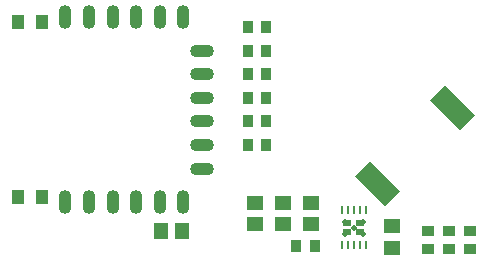
<source format=gtp>
G04 #@! TF.FileFunction,Paste,Top*
%FSLAX46Y46*%
G04 Gerber Fmt 4.6, Leading zero omitted, Abs format (unit mm)*
G04 Created by KiCad (PCBNEW 4.0.2-4+6225~38~ubuntu15.10.1-stable) date Sun 20 Mar 2016 03:01:37 AM CDT*
%MOMM*%
G01*
G04 APERTURE LIST*
%ADD10C,0.100000*%
%ADD11O,2.000000X1.100000*%
%ADD12R,1.100000X1.200000*%
%ADD13O,1.100000X2.000000*%
%ADD14R,0.900000X1.000000*%
%ADD15R,1.150000X1.450000*%
%ADD16R,0.950000X1.000000*%
%ADD17R,1.450000X1.150000*%
%ADD18R,1.000000X0.900000*%
%ADD19O,0.240000X0.785000*%
%ADD20R,0.775000X0.500000*%
%ADD21C,0.508000*%
G04 APERTURE END LIST*
D10*
D11*
X82825000Y-105010000D03*
X82825000Y-103010000D03*
X82825000Y-101010000D03*
X82825000Y-99010000D03*
X82825000Y-97010000D03*
X82825000Y-95010000D03*
D12*
X67275000Y-107400000D03*
X69275000Y-107400000D03*
D13*
X71275000Y-107800000D03*
X73275000Y-107800000D03*
X75275000Y-107800000D03*
X77275000Y-107800000D03*
X79275000Y-107800000D03*
X81275000Y-107800000D03*
X81275000Y-92200000D03*
X79275000Y-92200000D03*
X77275000Y-92200000D03*
X75275000Y-92200000D03*
X73275000Y-92200000D03*
X71275000Y-92200000D03*
D12*
X69275000Y-92600000D03*
X67275000Y-92600000D03*
D14*
X88300000Y-101010000D03*
X86700000Y-101010000D03*
X88300000Y-103010000D03*
X86700000Y-103010000D03*
X88300000Y-97010000D03*
X86700000Y-97010000D03*
X88300000Y-99010000D03*
X86700000Y-99010000D03*
X88300000Y-93010000D03*
X86700000Y-93010000D03*
X88300000Y-95010000D03*
X86700000Y-95010000D03*
D15*
X81150000Y-110270000D03*
X79350000Y-110270000D03*
D16*
X92375000Y-111600000D03*
X90775000Y-111600000D03*
D17*
X98900000Y-111706000D03*
X98900000Y-109906000D03*
X92100000Y-107900000D03*
X92100000Y-109700000D03*
X87300000Y-107900000D03*
X87300000Y-109700000D03*
X89700000Y-107900000D03*
X89700000Y-109700000D03*
D18*
X102000000Y-110250000D03*
X102000000Y-111850000D03*
D19*
X96700000Y-108512500D03*
X96200000Y-108512500D03*
X95700000Y-108512500D03*
X95200000Y-108512500D03*
X94700000Y-108512500D03*
X94700000Y-111487500D03*
X95200000Y-111487500D03*
X95700000Y-111487500D03*
X96200000Y-111487500D03*
X96700000Y-111487500D03*
D20*
X95162500Y-109600000D03*
X95162500Y-110400000D03*
X96237500Y-110400000D03*
X96237500Y-109600000D03*
D21*
X95700000Y-110000000D03*
X96450000Y-110500000D03*
X94950000Y-110500000D03*
X94950000Y-109500000D03*
X96450000Y-109500000D03*
D10*
G36*
X103445585Y-97958831D02*
X105991169Y-100504415D01*
X104718377Y-101777207D01*
X102172793Y-99231623D01*
X103445585Y-97958831D01*
X103445585Y-97958831D01*
G37*
G36*
X97081623Y-104322793D02*
X99627207Y-106868377D01*
X98354415Y-108141169D01*
X95808831Y-105595585D01*
X97081623Y-104322793D01*
X97081623Y-104322793D01*
G37*
D18*
X103750000Y-110250000D03*
X103750000Y-111850000D03*
X105500000Y-111850000D03*
X105500000Y-110250000D03*
M02*

</source>
